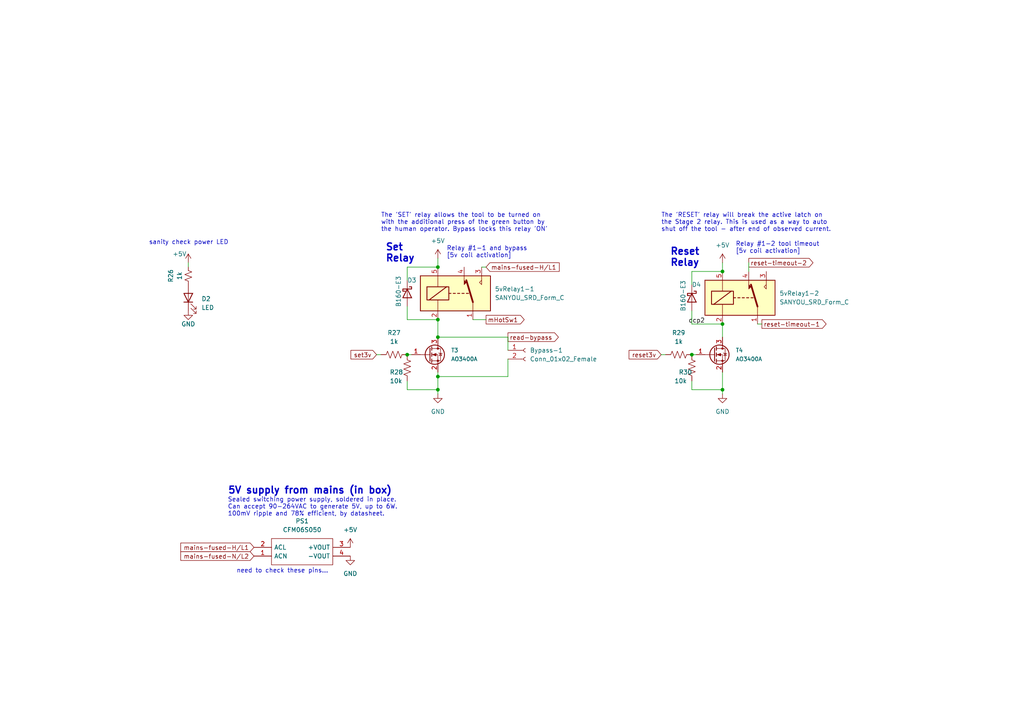
<source format=kicad_sch>
(kicad_sch (version 20211123) (generator eeschema)
  (paper "A4")
  (lib_symbols
    (symbol "CFM06S050-E-Cincon:CFM06S050-E" (pin_names (offset 0.762))
      (property "Reference" "PS" (at 24.13 7.62 0))
      (property "Value" "CFM06S050-E" (at 24.13 5.08 0))
      (symbol "CFM06S050-E_0_0"
        (pin passive line (at 0 -2.54 0) (length 5.08) (name "ACN") (number "1"))
        (pin passive line (at 0 0 0) (length 5.08) (name "ACL") (number "2"))
        (pin passive line (at 27.94 0 180) (length 5.08) (name "+VOUT") (number "3"))
        (pin passive line (at 27.94 -2.54 180) (length 5.08) (name "-VOUT") (number "4"))
      )
      (symbol "CFM06S050-E_0_1"
        (polyline (pts (xy 5.08 2.54) (xy 22.86 2.54) (xy 22.86 -5.08) (xy 5.08 -5.08) (xy 5.08 2.54)) (stroke (width 0.1524)))
      )
    )
    (symbol "Connector:Conn_01x02_Female" (pin_names (offset 1.016) hide)
      (property "Reference" "J" (at 0 2.54 0))
      (property "Value" "Conn_01x02_Female" (at 0 -5.08 0))
      (symbol "Conn_01x02_Female_1_1"
        (arc (start 0 -2.032) (mid -0.508 -2.54) (end 0 -3.048) (stroke (width 0.1524)))
        (polyline (pts (xy -1.27 -2.54) (xy -0.508 -2.54)) (stroke (width 0.1524)))
        (polyline (pts (xy -1.27 0) (xy -0.508 0)) (stroke (width 0.1524)))
        (arc (start 0 0.508) (mid -0.508 0) (end 0 -0.508) (stroke (width 0.1524)))
        (pin passive line (at -5.08 0 0) (length 3.81) (name "Pin_1") (number "1"))
        (pin passive line (at -5.08 -2.54 0) (length 3.81) (name "Pin_2") (number "2"))
      )
    )
    (symbol "Device:LED" (pin_numbers hide) (pin_names (offset 1.016) hide)
      (property "Reference" "D" (at 0 2.54 0))
      (property "Value" "LED" (at 0 -2.54 0))
      (symbol "LED_0_1"
        (polyline (pts (xy -1.27 -1.27) (xy -1.27 1.27)) (stroke (width 0.254)))
        (polyline (pts (xy -1.27 0) (xy 1.27 0)))
        (polyline (pts (xy 1.27 -1.27) (xy 1.27 1.27) (xy -1.27 0) (xy 1.27 -1.27)) (stroke (width 0.254)))
        (polyline (pts (xy -3.048 -0.762) (xy -4.572 -2.286) (xy -3.81 -2.286) (xy -4.572 -2.286) (xy -4.572 -1.524)))
        (polyline (pts (xy -1.778 -0.762) (xy -3.302 -2.286) (xy -2.54 -2.286) (xy -3.302 -2.286) (xy -3.302 -1.524)))
      )
      (symbol "LED_1_1"
        (pin passive line (at -3.81 0 0) (length 2.54) (name "K") (number "1"))
        (pin passive line (at 3.81 0 180) (length 2.54) (name "A") (number "2"))
      )
    )
    (symbol "Device:R_Small_US" (pin_numbers hide) (pin_names (offset 0.254) hide)
      (property "Reference" "R" (at 0.762 0.508 0))
      (property "Value" "R_Small_US" (at 0.762 -1.016 0))
      (symbol "R_Small_US_1_1"
        (polyline (pts (xy 0 0) (xy 1.016 -0.381) (xy 0 -0.762) (xy -1.016 -1.143) (xy 0 -1.524)))
        (polyline (pts (xy 0 1.524) (xy 1.016 1.143) (xy 0 0.762) (xy -1.016 0.381) (xy 0 0)))
        (pin passive line (at 0 2.54 270) (length 1.016) (name "~") (number "1"))
        (pin passive line (at 0 -2.54 90) (length 1.016) (name "~") (number "2"))
      )
    )
    (symbol "Device:R_US" (pin_numbers hide) (pin_names (offset 0))
      (property "Reference" "R" (at 2.54 0 90))
      (property "Value" "R_US" (at -2.54 0 90))
      (symbol "R_US_0_1"
        (polyline (pts (xy 0 -2.286) (xy 0 -2.54)))
        (polyline (pts (xy 0 2.286) (xy 0 2.54)))
        (polyline (pts (xy 0 -0.762) (xy 1.016 -1.143) (xy 0 -1.524) (xy -1.016 -1.905) (xy 0 -2.286)))
        (polyline (pts (xy 0 0.762) (xy 1.016 0.381) (xy 0 0) (xy -1.016 -0.381) (xy 0 -0.762)))
        (polyline (pts (xy 0 2.286) (xy 1.016 1.905) (xy 0 1.524) (xy -1.016 1.143) (xy 0 0.762)))
      )
      (symbol "R_US_1_1"
        (pin passive line (at 0 3.81 270) (length 1.27) (name "~") (number "1"))
        (pin passive line (at 0 -3.81 90) (length 1.27) (name "~") (number "2"))
      )
    )
    (symbol "Diode:B160-E3" (pin_numbers hide) (pin_names hide)
      (property "Reference" "D" (at 0 2.54 0))
      (property "Value" "B160-E3" (at 0 -2.54 0))
      (symbol "B160-E3_0_1"
        (polyline (pts (xy 1.27 0) (xy -1.27 0)))
        (polyline (pts (xy 1.27 1.27) (xy 1.27 -1.27) (xy -1.27 0) (xy 1.27 1.27)) (stroke (width 0.254)))
        (polyline (pts (xy -1.905 0.635) (xy -1.905 1.27) (xy -1.27 1.27) (xy -1.27 -1.27) (xy -0.635 -1.27) (xy -0.635 -0.635)) (stroke (width 0.254)))
      )
      (symbol "B160-E3_1_1"
        (pin passive line (at -3.81 0 0) (length 2.54) (name "K") (number "1"))
        (pin passive line (at 3.81 0 180) (length 2.54) (name "A") (number "2"))
      )
    )
    (symbol "Relay:SANYOU_SRD_Form_C"
      (property "Reference" "K" (at 11.43 3.81 0))
      (property "Value" "SANYOU_SRD_Form_C" (at 11.43 1.27 0))
      (symbol "SANYOU_SRD_Form_C_0_0"
        (polyline (pts (xy 7.62 5.08) (xy 7.62 2.54) (xy 6.985 3.175) (xy 7.62 3.81)))
      )
      (symbol "SANYOU_SRD_Form_C_0_1"
        (rectangle (start -10.16 5.08) (end 10.16 -5.08) (stroke (width 0.254)) (fill (type background)))
        (rectangle (start -8.255 1.905) (end -1.905 -1.905) (stroke (width 0.254)))
        (polyline (pts (xy -7.62 -1.905) (xy -2.54 1.905)) (stroke (width 0.254)))
        (polyline (pts (xy -5.08 -5.08) (xy -5.08 -1.905)))
        (polyline (pts (xy -5.08 5.08) (xy -5.08 1.905)))
        (polyline (pts (xy -1.905 0) (xy -1.27 0)) (stroke (width 0.254)))
        (polyline (pts (xy -0.635 0) (xy 0 0)) (stroke (width 0.254)))
        (polyline (pts (xy 0.635 0) (xy 1.27 0)) (stroke (width 0.254)))
        (polyline (pts (xy 1.905 0) (xy 2.54 0)) (stroke (width 0.254)))
        (polyline (pts (xy 3.175 0) (xy 3.81 0)) (stroke (width 0.254)))
        (polyline (pts (xy 5.08 -2.54) (xy 3.175 3.81)) (stroke (width 0.508)))
        (polyline (pts (xy 5.08 -2.54) (xy 5.08 -5.08)))
      )
      (symbol "SANYOU_SRD_Form_C_1_1"
        (polyline (pts (xy 2.54 3.81) (xy 3.175 3.175) (xy 2.54 2.54) (xy 2.54 5.08)) (fill (type outline)))
        (pin passive line (at 5.08 -7.62 90) (length 2.54) (name "~") (number "1"))
        (pin passive line (at -5.08 -7.62 90) (length 2.54) (name "~") (number "2"))
        (pin passive line (at 7.62 7.62 270) (length 2.54) (name "~") (number "3"))
        (pin passive line (at 2.54 7.62 270) (length 2.54) (name "~") (number "4"))
        (pin passive line (at -5.08 7.62 270) (length 2.54) (name "~") (number "5"))
      )
    )
    (symbol "Transistor_FET:AO3400A" (pin_names hide)
      (property "Reference" "Q" (at 5.08 1.905 0))
      (property "Value" "AO3400A" (at 5.08 0 0))
      (symbol "AO3400A_0_1"
        (polyline (pts (xy 0.254 0) (xy -2.54 0)))
        (polyline (pts (xy 0.254 1.905) (xy 0.254 -1.905)) (stroke (width 0.254)))
        (polyline (pts (xy 0.762 -1.27) (xy 0.762 -2.286)) (stroke (width 0.254)))
        (polyline (pts (xy 0.762 0.508) (xy 0.762 -0.508)) (stroke (width 0.254)))
        (polyline (pts (xy 0.762 2.286) (xy 0.762 1.27)) (stroke (width 0.254)))
        (polyline (pts (xy 2.54 2.54) (xy 2.54 1.778)))
        (polyline (pts (xy 2.54 -2.54) (xy 2.54 0) (xy 0.762 0)))
        (polyline (pts (xy 0.762 -1.778) (xy 3.302 -1.778) (xy 3.302 1.778) (xy 0.762 1.778)))
        (polyline (pts (xy 1.016 0) (xy 2.032 0.381) (xy 2.032 -0.381) (xy 1.016 0)) (fill (type outline)))
        (polyline (pts (xy 2.794 0.508) (xy 2.921 0.381) (xy 3.683 0.381) (xy 3.81 0.254)))
        (polyline (pts (xy 3.302 0.381) (xy 2.921 -0.254) (xy 3.683 -0.254) (xy 3.302 0.381)))
        (circle (center 1.651 0) (radius 2.794) (stroke (width 0.254)))
        (circle (center 2.54 -1.778) (radius 0.254) (fill (type outline)))
        (circle (center 2.54 1.778) (radius 0.254) (fill (type outline)))
      )
      (symbol "AO3400A_1_1"
        (pin input line (at -5.08 0 0) (length 2.54) (name "G") (number "1"))
        (pin passive line (at 2.54 -5.08 90) (length 2.54) (name "S") (number "2"))
        (pin passive line (at 2.54 5.08 270) (length 2.54) (name "D") (number "3"))
      )
    )
    (symbol "power:+5V" (power) (pin_names (offset 0))
      (property "Value" "+5V" (at 0 3.556 0))
      (symbol "+5V_0_1"
        (polyline (pts (xy -0.762 1.27) (xy 0 2.54)))
        (polyline (pts (xy 0 0) (xy 0 2.54)))
        (polyline (pts (xy 0 2.54) (xy 0.762 1.27)))
      )
      (symbol "+5V_1_1"
        (pin power_in line (at 0 0 90) (length 0) hide (name "+5V") (number "1"))
      )
    )
    (symbol "power:GND" (power) (pin_names (offset 0))
      (property "Value" "GND" (at 0 -3.81 0))
      (symbol "GND_0_1"
        (polyline (pts (xy 0 0) (xy 0 -1.27) (xy 1.27 -1.27) (xy 0 -2.54) (xy -1.27 -1.27) (xy 0 -1.27)))
      )
      (symbol "GND_1_1"
        (pin power_in line (at 0 0 270) (length 0) hide (name "GND") (number "1"))
      )
    )
  )
  (junction (at 127 97.79))
  (junction (at 127 77.47))
  (junction (at 127 113.03))
  (junction (at 127 92.71))
  (junction (at 209.55 78.74))
  (junction (at 127 109.22))
  (junction (at 209.55 113.03))
  (junction (at 118.11 102.87))
  (junction (at 209.55 93.98))
  (junction (at 200.66 102.87))
  (wire (pts (xy 209.55 93.98) (xy 209.55 97.79)))
  (wire (pts (xy 127 113.03) (xy 127 114.3)))
  (wire (pts (xy 118.11 77.47) (xy 127 77.47)))
  (wire (pts (xy 140.97 77.47) (xy 139.7 77.47)))
  (wire (pts (xy 118.11 92.71) (xy 118.11 88.9)))
  (wire (pts (xy 118.11 102.87) (xy 119.38 102.87)))
  (wire (pts (xy 200.66 110.49) (xy 200.66 113.03)))
  (wire (pts (xy 127 74.93) (xy 127 77.47)))
  (wire (pts (xy 140.97 92.71) (xy 137.16 92.71)))
  (wire (pts (xy 127 92.71) (xy 127 97.79)))
  (wire (pts (xy 54.61 76.2) (xy 54.61 77.47)))
  (wire (pts (xy 191.77 102.87) (xy 193.04 102.87)))
  (wire (pts (xy 200.66 78.74) (xy 209.55 78.74)))
  (wire (pts (xy 147.32 104.14) (xy 147.32 109.22)))
  (wire (pts (xy 209.55 93.98) (xy 200.66 93.98)))
  (wire (pts (xy 127 92.71) (xy 118.11 92.71)))
  (wire (pts (xy 209.55 107.95) (xy 209.55 113.03)))
  (wire (pts (xy 127 97.79) (xy 147.32 97.79)))
  (wire (pts (xy 147.32 109.22) (xy 127 109.22)))
  (wire (pts (xy 217.17 76.2) (xy 217.17 78.74)))
  (wire (pts (xy 147.32 97.79) (xy 147.32 101.6)))
  (wire (pts (xy 200.66 82.55) (xy 200.66 78.74)))
  (wire (pts (xy 200.66 102.87) (xy 201.93 102.87)))
  (wire (pts (xy 109.22 102.87) (xy 110.49 102.87)))
  (wire (pts (xy 127 109.22) (xy 127 113.03)))
  (wire (pts (xy 118.11 81.28) (xy 118.11 77.47)))
  (wire (pts (xy 118.11 113.03) (xy 127 113.03)))
  (wire (pts (xy 118.11 110.49) (xy 118.11 113.03)))
  (wire (pts (xy 200.66 93.98) (xy 200.66 90.17)))
  (wire (pts (xy 209.55 113.03) (xy 209.55 114.3)))
  (wire (pts (xy 127 107.95) (xy 127 109.22)))
  (wire (pts (xy 200.66 113.03) (xy 209.55 113.03)))
  (wire (pts (xy 209.55 76.2) (xy 209.55 78.74)))
  (wire (pts (xy 220.98 93.98) (xy 219.71 93.98)))
  (text "The 'SET' relay allows the tool to be turned on\nwith the additional press of the green button by\nthe human operator. Bypass locks this relay 'ON'" (at 110.49 67.31 0) (effects (font (size 1.27 1.27)) (justify left bottom)))
  (text "The 'RESET' relay will break the active latch on\nthe Stage 2 relay. This is used as a way to auto \nshut off the tool - after end of observed current." (at 191.77 67.31 0) (effects (font (size 1.27 1.27)) (justify left bottom)))
  (text "need to check these pins...\n" (at 68.58 166.37 0) (effects (font (size 1.27 1.27)) (justify left bottom)))
  (text "Relay #1-2 tool timeout\n[5v coil activation]" (at 213.36 73.66 0) (effects (font (size 1.27 1.27)) (justify left bottom)))
  (text "Sealed switching power supply, soldered in place.\nCan accept 90-264VAC to generate 5V, up to 6W.\n100mV ripple and 78% efficient, by datasheet." (at 66.04 149.86 0) (effects (font (size 1.27 1.27)) (justify left bottom)))
  (text "Set\nRelay" (at 111.76 76.2 0) (effects (font (size 2 2) (thickness 0.4) bold) (justify left bottom)))
  (text "Reset\nRelay" (at 194.31 77.47 0) (effects (font (size 2 2) (thickness 0.4) bold) (justify left bottom)))
  (text "sanity check power LED\n" (at 43.18 71.12 0) (effects (font (size 1.27 1.27)) (justify left bottom)))
  (text "5V supply from mains (in box)" (at 66.04 143.51 0) (effects (font (size 2 2) (thickness 0.4) bold) (justify left bottom)))
  (text "Relay #1-1 and bypass\n[5v coil activation]" (at 129.54 74.93 0) (effects (font (size 1.27 1.27)) (justify left bottom)))
  (label "dcp2" (at 204.47 93.98 180))
  (global_label "reset3v" (shape input) (at 191.77 102.87 180) (property "Intersheet References" "${INTERSHEET_REFS}" (effects hide)))
  (global_label "reset-timeout-2" (shape output) (at 217.17 76.2 0) (property "Intersheet References" "${INTERSHEET_REFS}" (effects hide)))
  (global_label "mains-fused-N{slash}L2" (shape input) (at 73.66 161.29 180) (property "Intersheet References" "${INTERSHEET_REFS}" (effects hide)))
  (global_label "set3v" (shape input) (at 109.22 102.87 180) (property "Intersheet References" "${INTERSHEET_REFS}" (effects hide)))
  (global_label "reset-timeout-1" (shape output) (at 220.98 93.98 0) (property "Intersheet References" "${INTERSHEET_REFS}" (effects hide)))
  (global_label "mains-fused-H{slash}L1" (shape input) (at 140.97 77.47 0) (property "Intersheet References" "${INTERSHEET_REFS}" (effects hide)))
  (global_label "mHotSw1" (shape output) (at 140.97 92.71 0) (property "Intersheet References" "${INTERSHEET_REFS}" (effects hide)))
  (global_label "mains-fused-H{slash}L1" (shape input) (at 73.66 158.75 180) (property "Intersheet References" "${INTERSHEET_REFS}" (effects hide)))
  (global_label "read-bypass" (shape output) (at 147.32 97.79 0) (property "Intersheet References" "${INTERSHEET_REFS}" (effects hide)))
  (symbol (lib_id "Device:R_US") (at 118.11 106.68 0) (unit 1)
    (property "Reference" "R28" (at 113.03 107.95 0) (effects (justify left)))
    (property "Value" "10k" (at 113.03 110.49 0) (effects (justify left)))
    (property "Footprint" "Resistor_SMD:R_0603_1608Metric" (effects hide))
    (property "JLCPCB Part #" "C25804" (effects hide))
  )
  (symbol (lib_id "CFM06S050-E-Cincon:CFM06S050-E") (at 73.66 158.75 0) (unit 1)
    (property "Reference" "PS1" (at 87.63 151.13 0))
    (property "Value" "CFM06S050" (at 87.63 153.67 0))
    (property "Footprint" "CFM06S050-E - Cincon:CFM06S050E" (effects hide))
    (property "Datasheet" "https://www.cincon.com.tw/productdownload/SPEC-CFM06S-V12.pdf" (effects hide))
    (property "Description" "Switching Power Supplies AC-DC Open Frame, 6 Watt, Single Output, 5VDC Output, 1.2A, 78% Efficiency, Encapsulated" (effects hide))
    (property "Height" "20.2" (effects hide))
    (property "Mouser Part Number" "418-CFM06S050-E" (effects hide))
    (property "Mouser Price/Stock" "https://www.mouser.co.uk/ProductDetail/Cincon/CFM06S050-E?qs=w%2Fv1CP2dgqrTjUOBqLmfHg%3D%3D" (effects hide))
    (property "Manufacturer_Name" "Cincon" (effects hide))
    (property "Manufacturer_Part_Number" "CFM06S050-E" (effects hide))
  )
  (symbol (lib_id "Relay:SANYOU_SRD_Form_C") (at 132.08 85.09 0) (unit 1)
    (property "Reference" "5vRelay1-1" (at 143.51 83.8199 0) (effects (justify left)))
    (property "Value" "SANYOU_SRD_Form_C" (at 143.51 86.3599 0) (effects (justify left)))
    (property "Footprint" "Relay_THT:Relay_SPDT_SANYOU_SRD_Series_Form_C" (effects hide))
    (property "Datasheet" "http://www.sanyourelay.ca/public/products/pdf/SRD.pdf" (effects hide))
    (property "JLCPCB Part #" "C35449" (effects hide))
  )
  (symbol (lib_id "power:GND") (at 54.61 90.17 0) (unit 1)
    (property "Reference" "#PWR0159" (effects hide))
    (property "Value" "GND" (at 54.61 93.98 0))
  )
  (symbol (lib_id "Device:R_Small_US") (at 54.61 80.01 180) (unit 1)
    (property "Reference" "R26" (at 49.53 80.01 90))
    (property "Value" "1k" (at 52.07 80.01 90))
    (property "Footprint" "Resistor_SMD:R_0603_1608Metric" (effects hide))
    (property "JLCPCB Part #" "C21190" (effects hide))
  )
  (symbol (lib_id "power:+5V") (at 209.55 76.2 0) (unit 1)
    (property "Reference" "#PWR0156" (effects hide))
    (property "Value" "+5V" (at 209.55 71.12 0))
  )
  (symbol (lib_id "Device:R_US") (at 114.3 102.87 90) (unit 1)
    (property "Reference" "R27" (at 114.3 96.52 90))
    (property "Value" "1k" (at 114.3 99.06 90))
    (property "Footprint" "Resistor_SMD:R_0603_1608Metric" (effects hide))
    (property "JLCPCB Part #" "C21190" (effects hide))
  )
  (symbol (lib_id "Device:LED") (at 54.61 86.36 90) (unit 1)
    (property "Reference" "D2" (at 58.42 86.6774 90) (effects (justify right)))
    (property "Value" "LED" (at 58.42 89.2174 90) (effects (justify right)))
    (property "Footprint" "LED_SMD:LED_0603_1608Metric" (effects hide))
    (property "JLCPCB Part #" "C2286" (effects hide))
  )
  (symbol (lib_id "Diode:B160-E3") (at 118.11 85.09 270) (unit 1)
    (property "Reference" "D3" (at 118.11 81.28 90) (effects (justify left)))
    (property "Value" "B160-E3" (at 115.57 80.01 0) (effects (justify left)))
    (property "Footprint" "Diode_SMD:D_SMA" (effects hide))
    (property "Datasheet" "http://www.vishay.com/docs/88946/b120.pdf" (effects hide))
    (property "JLCPCB Part #" "C24784" (effects hide))
  )
  (symbol (lib_id "Transistor_FET:AO3400A") (at 124.46 102.87 0) (unit 1)
    (property "Reference" "T3" (at 130.81 101.6 0) (effects (font (size 1.143 1.143)) (justify left)))
    (property "Value" "AO3400A" (at 130.81 104.14 0) (effects (font (size 1.143 1.143)) (justify left)))
    (property "Footprint" "Package_TO_SOT_SMD:SOT-23" (effects hide))
    (property "Datasheet" "http://www.aosmd.com/pdfs/datasheet/AO3400A.pdf" (effects hide))
    (property "JLCPCB Part #" "C427382" (effects hide))
  )
  (symbol (lib_id "power:+5V") (at 54.61 76.2 0) (unit 1)
    (property "Reference" "#PWR0158" (effects hide))
    (property "Value" "+5V" (at 52.07 73.66 0))
  )
  (symbol (lib_id "Connector:Conn_01x02_Female") (at 152.4 101.6 0) (unit 1)
    (property "Reference" "Bypass-1" (at 153.67 101.5999 0) (effects (justify left)))
    (property "Value" "Conn_01x02_Female" (at 153.67 104.1399 0) (effects (justify left)))
    (property "Footprint" "Connector_JST:JST_PH_B2B-PH-K_1x02_P2.00mm_Vertical" (effects hide))
    (property "JLCPCB Part #" "C131337" (effects hide))
  )
  (symbol (lib_id "power:GND") (at 101.6 161.29 0) (unit 1)
    (property "Reference" "#PWR0160" (effects hide))
    (property "Value" "GND" (at 101.6 166.37 0))
  )
  (symbol (lib_id "Device:R_US") (at 196.85 102.87 90) (unit 1)
    (property "Reference" "R29" (at 196.85 96.52 90))
    (property "Value" "1k" (at 196.85 99.06 90))
    (property "Footprint" "Resistor_SMD:R_0603_1608Metric" (effects hide))
    (property "JLCPCB Part #" "C21190" (effects hide))
  )
  (symbol (lib_id "Diode:B160-E3") (at 200.66 86.36 270) (unit 1)
    (property "Reference" "D4" (at 200.66 82.55 90) (effects (justify left)))
    (property "Value" "B160-E3" (at 198.12 81.28 0) (effects (justify left)))
    (property "Footprint" "Diode_SMD:D_SMA" (effects hide))
    (property "Datasheet" "http://www.vishay.com/docs/88946/b120.pdf" (effects hide))
    (property "JLCPCB Part #" "C24784" (effects hide))
  )
  (symbol (lib_id "power:GND") (at 127 114.3 0) (unit 1)
    (property "Reference" "#PWR0162" (effects hide))
    (property "Value" "GND" (at 127 119.38 0))
  )
  (symbol (lib_id "Relay:SANYOU_SRD_Form_C") (at 214.63 86.36 0) (unit 1)
    (property "Reference" "5vRelay1-2" (at 226.06 85.0899 0) (effects (justify left)))
    (property "Value" "SANYOU_SRD_Form_C" (at 226.06 87.6299 0) (effects (justify left)))
    (property "Footprint" "Relay_THT:Relay_SPDT_SANYOU_SRD_Series_Form_C" (effects hide))
    (property "Datasheet" "http://www.sanyourelay.ca/public/products/pdf/SRD.pdf" (effects hide))
    (property "JLCPCB Part #" "C35449" (effects hide))
  )
  (symbol (lib_id "power:+5V") (at 127 74.93 0) (unit 1)
    (property "Reference" "#PWR0155" (effects hide))
    (property "Value" "+5V" (at 127 69.85 0))
  )
  (symbol (lib_id "power:GND") (at 209.55 114.3 0) (unit 1)
    (property "Reference" "#PWR0157" (effects hide))
    (property "Value" "GND" (at 209.55 119.38 0))
  )
  (symbol (lib_id "Device:R_US") (at 200.66 106.68 0) (unit 1)
    (property "Reference" "R30" (at 196.85 107.95 0) (effects (justify left)))
    (property "Value" "10k" (at 195.58 110.49 0) (effects (justify left)))
    (property "Footprint" "Resistor_SMD:R_0603_1608Metric" (effects hide))
    (property "JLCPCB Part #" "C25804" (effects hide))
  )
  (symbol (lib_id "Transistor_FET:AO3400A") (at 207.01 102.87 0) (unit 1)
    (property "Reference" "T4" (at 213.36 101.6 0) (effects (font (size 1.143 1.143)) (justify left)))
    (property "Value" "AO3400A" (at 213.36 104.14 0) (effects (font (size 1.143 1.143)) (justify left)))
    (property "Footprint" "Package_TO_SOT_SMD:SOT-23" (effects hide))
    (property "Datasheet" "http://www.aosmd.com/pdfs/datasheet/AO3400A.pdf" (effects hide))
    (property "JLCPCB Part #" "C427382" (effects hide))
  )
  (symbol (lib_id "power:+5V") (at 101.6 158.75 0) (unit 1)
    (property "Reference" "#PWR0161" (effects hide))
    (property "Value" "+5V" (at 101.6 153.67 0))
  )
)
</source>
